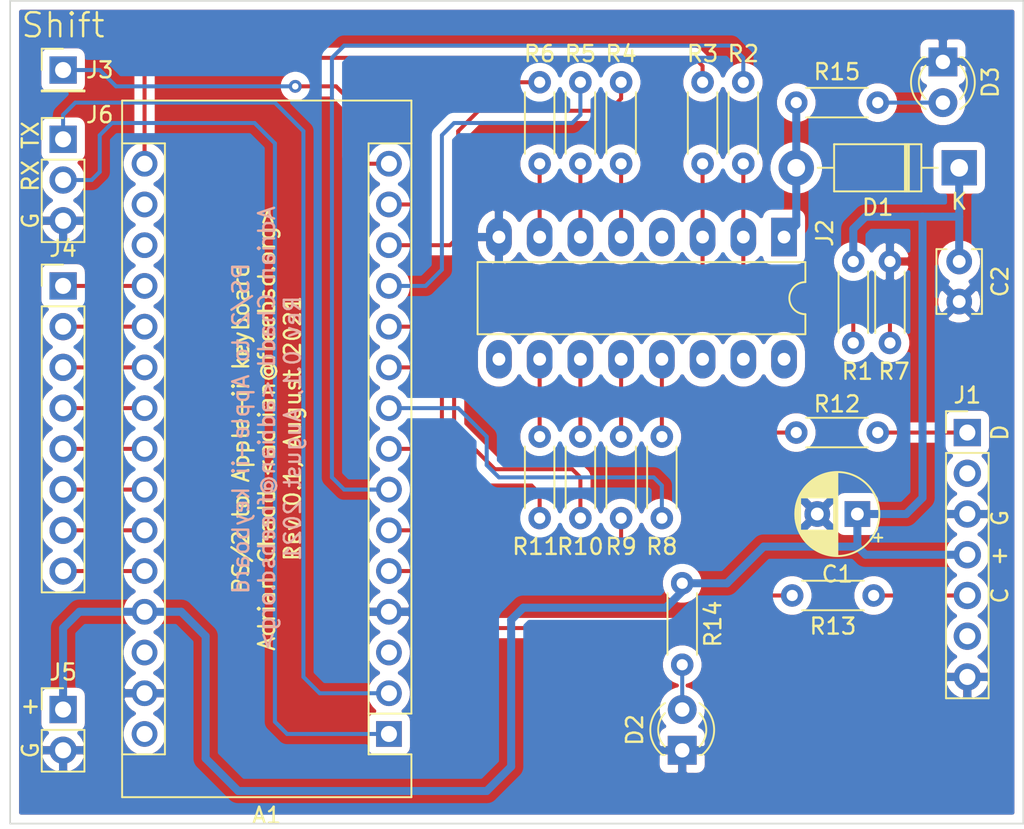
<source format=kicad_pcb>
(kicad_pcb (version 20171130) (host pcbnew 5.1.10)
  (layers (0 F.Cu signal) (31 B.Cu signal) (34 B.Paste user) (35 F.Paste user) (36 B.SilkS user) (37 F.SilkS user) (38 B.Mask user) (39 F.Mask user) (44 Edge.Cuts user))
  (net 0 "")
  (net 1 "Net-(A1-Pad17)")
  (net 2 "Net-(A1-Pad18)")
  (net 3 "Net-(A1-Pad3)")
  (net 4 GND)
  (net 5 KBD_CLK)
  (net 6 KBD_DATA)
  (net 7 STROBE)
  (net 8 DATA_0)
  (net 9 DATA_1)
  (net 10 DATA_2)
  (net 11 DATA_3)
  (net 12 KBD_VCC)
  (net 13 DATA_4)
  (net 14 "Net-(A1-Pad28)")
  (net 15 DATA_5)
  (net 16 DATA_6)
  (net 17 "Net-(A1-Pad30)")
  (net 18 RESET_N)
  (net 19 APPLE_5V)
  (net 20 "Net-(D2-Pad2)")
  (net 21 "Net-(D3-Pad2)")
  (net 22 "Net-(J1-Pad1)")
  (net 23 "Net-(J1-Pad2)")
  (net 24 "Net-(J1-Pad5)")
  (net 25 "Net-(J1-Pad6)")
  (net 26 "Net-(J2-Pad9)")
  (net 27 "Net-(J2-Pad2)")
  (net 28 "Net-(J2-Pad10)")
  (net 29 "Net-(J2-Pad3)")
  (net 30 "Net-(J2-Pad11)")
  (net 31 "Net-(J2-Pad4)")
  (net 32 "Net-(J2-Pad12)")
  (net 33 "Net-(J2-Pad5)")
  (net 34 "Net-(J2-Pad13)")
  (net 35 "Net-(J2-Pad6)")
  (net 36 "Net-(J2-Pad14)")
  (net 37 "Net-(J2-Pad7)")
  (net 38 "Net-(J2-Pad15)")
  (net 39 "Net-(J2-Pad16)")
  (net 40 A0)
  (net 41 A1)
  (net 42 A2)
  (net 43 A3)
  (net 44 A4)
  (net 45 A5)
  (net 46 A6)
  (net 47 A7)
  (net 48 SHIFT_KEY)
  (net 49 UART_TX)
  (net 50 UART_RX)
  (module Connector_PinHeader_2.54mm:PinHeader_1x03_P2.54mm_Vertical (layer F.Cu) (at 15.494 20.828)
    (fp_text reference J6 (at 2.286 -1.524) (layer F.SilkS))
    (fp_text value UART)
    (pad 3 thru_hole oval (at 0 5.08) (size 1.7 1.7) (drill 1) (layers *.Cu *.Mask) (net 4 GND))
    (pad 2 thru_hole oval (at 0 2.54) (size 1.7 1.7) (drill 1) (layers *.Cu *.Mask) (net 49 UART_TX))
    (pad 1 thru_hole rect (at 0 0) (size 1.7 1.7) (drill 1) (layers *.Cu *.Mask) (net 50 UART_RX))
  )
  (module Connector_PinHeader_2.54mm:PinHeader_1x02_P2.54mm_Vertical (layer F.Cu) (at 15.494 56.388)
    (fp_text reference J5 (at 0 -2.33) (layer F.SilkS))
    (fp_text value EXP_PWR)
    (pad 2 thru_hole oval (at 0 2.54) (size 1.7 1.7) (drill 1) (layers *.Cu *.Mask) (net 4 GND))
    (pad 1 thru_hole rect (at 0 0) (size 1.7 1.7) (drill 1) (layers *.Cu *.Mask) (net 12 KBD_VCC))
  )
  (module Connector_PinHeader_2.54mm:PinHeader_1x08_P2.54mm_Vertical (layer F.Cu) (at 15.494 29.972)
    (fp_text reference J4 (at 0 -2.33) (layer F.SilkS))
    (fp_text value EXP)
    (pad 8 thru_hole oval (at 0 17.78) (size 1.7 1.7) (drill 1) (layers *.Cu *.Mask) (net 47 A7))
    (pad 7 thru_hole oval (at 0 15.24) (size 1.7 1.7) (drill 1) (layers *.Cu *.Mask) (net 46 A6))
    (pad 6 thru_hole oval (at 0 12.7) (size 1.7 1.7) (drill 1) (layers *.Cu *.Mask) (net 45 A5))
    (pad 5 thru_hole oval (at 0 10.16) (size 1.7 1.7) (drill 1) (layers *.Cu *.Mask) (net 44 A4))
    (pad 4 thru_hole oval (at 0 7.62) (size 1.7 1.7) (drill 1) (layers *.Cu *.Mask) (net 43 A3))
    (pad 3 thru_hole oval (at 0 5.08) (size 1.7 1.7) (drill 1) (layers *.Cu *.Mask) (net 42 A2))
    (pad 2 thru_hole oval (at 0 2.54) (size 1.7 1.7) (drill 1) (layers *.Cu *.Mask) (net 41 A1))
    (pad 1 thru_hole rect (at 0 0) (size 1.7 1.7) (drill 1) (layers *.Cu *.Mask) (net 40 A0))
  )
  (module Connector_PinHeader_2.54mm:PinHeader_1x01_P2.54mm_Vertical (layer F.Cu) (at 15.494 16.51)
    (fp_text reference J3 (at 2.286 0) (layer F.SilkS))
    (fp_text value SHIFT_KEY)
    (pad 1 thru_hole rect (at 0 0) (size 1.7 1.7) (drill 1) (layers *.Cu *.Mask) (net 48 SHIFT_KEY))
  )
  (module Resistor_THT:R_Axial_DIN0204_L3.6mm_D1.6mm_P5.08mm_Horizontal (layer F.Cu) (at 61.214 18.542)
    (fp_text reference R15 (at 2.54 -1.92) (layer F.SilkS))
    (fp_text value 1K)
    (pad 2 thru_hole oval (at 5.08 0) (size 1.4 1.4) (drill 0.7) (layers *.Cu *.Mask) (net 21 "Net-(D3-Pad2)"))
    (pad 1 thru_hole circle (at 0 0) (size 1.4 1.4) (drill 0.7) (layers *.Cu *.Mask) (net 19 APPLE_5V))
  )
  (module Resistor_THT:R_Axial_DIN0204_L3.6mm_D1.6mm_P5.08mm_Horizontal (layer F.Cu) (at 54.102 48.514 270)
    (fp_text reference R14 (at 2.54 -1.92 90) (layer F.SilkS))
    (fp_text value 1K)
    (pad 2 thru_hole oval (at 5.08 0 270) (size 1.4 1.4) (drill 0.7) (layers *.Cu *.Mask) (net 20 "Net-(D2-Pad2)"))
    (pad 1 thru_hole circle (at 0 0 270) (size 1.4 1.4) (drill 0.7) (layers *.Cu *.Mask) (net 12 KBD_VCC))
  )
  (module Resistor_THT:R_Axial_DIN0204_L3.6mm_D1.6mm_P5.08mm_Horizontal (layer F.Cu) (at 66.04 49.276 180)
    (fp_text reference R13 (at 2.54 -1.92) (layer F.SilkS))
    (fp_text value 47)
    (pad 2 thru_hole oval (at 5.08 0 180) (size 1.4 1.4) (drill 0.7) (layers *.Cu *.Mask) (net 5 KBD_CLK))
    (pad 1 thru_hole circle (at 0 0 180) (size 1.4 1.4) (drill 0.7) (layers *.Cu *.Mask) (net 24 "Net-(J1-Pad5)"))
  )
  (module Resistor_THT:R_Axial_DIN0204_L3.6mm_D1.6mm_P5.08mm_Horizontal (layer F.Cu) (at 66.294 39.116 180)
    (fp_text reference R12 (at 2.54 1.778) (layer F.SilkS))
    (fp_text value 47)
    (pad 2 thru_hole oval (at 5.08 0 180) (size 1.4 1.4) (drill 0.7) (layers *.Cu *.Mask) (net 6 KBD_DATA))
    (pad 1 thru_hole circle (at 0 0 180) (size 1.4 1.4) (drill 0.7) (layers *.Cu *.Mask) (net 22 "Net-(J1-Pad1)"))
  )
  (module Resistor_THT:R_Axial_DIN0204_L3.6mm_D1.6mm_P5.08mm_Horizontal (layer F.Cu) (at 45.212 44.45 90)
    (fp_text reference R11 (at -1.778 -0.254 180) (layer F.SilkS))
    (fp_text value 47)
    (pad 2 thru_hole oval (at 5.08 0 90) (size 1.4 1.4) (drill 0.7) (layers *.Cu *.Mask) (net 28 "Net-(J2-Pad10)"))
    (pad 1 thru_hole circle (at 0 0 90) (size 1.4 1.4) (drill 0.7) (layers *.Cu *.Mask) (net 10 DATA_2))
  )
  (module Resistor_THT:R_Axial_DIN0204_L3.6mm_D1.6mm_P5.08mm_Horizontal (layer F.Cu) (at 47.752 44.45 90)
    (fp_text reference R10 (at -1.778 0 180) (layer F.SilkS))
    (fp_text value 47)
    (pad 2 thru_hole oval (at 5.08 0 90) (size 1.4 1.4) (drill 0.7) (layers *.Cu *.Mask) (net 30 "Net-(J2-Pad11)"))
    (pad 1 thru_hole circle (at 0 0 90) (size 1.4 1.4) (drill 0.7) (layers *.Cu *.Mask) (net 11 DATA_3))
  )
  (module Resistor_THT:R_Axial_DIN0204_L3.6mm_D1.6mm_P5.08mm_Horizontal (layer F.Cu) (at 50.292 44.45 90)
    (fp_text reference R9 (at -1.778 0 180) (layer F.SilkS))
    (fp_text value 47)
    (pad 2 thru_hole oval (at 5.08 0 90) (size 1.4 1.4) (drill 0.7) (layers *.Cu *.Mask) (net 32 "Net-(J2-Pad12)"))
    (pad 1 thru_hole circle (at 0 0 90) (size 1.4 1.4) (drill 0.7) (layers *.Cu *.Mask) (net 8 DATA_0))
  )
  (module Resistor_THT:R_Axial_DIN0204_L3.6mm_D1.6mm_P5.08mm_Horizontal (layer F.Cu) (at 52.832 44.45 90)
    (fp_text reference R8 (at -1.778 0 180) (layer F.SilkS))
    (fp_text value 47)
    (pad 2 thru_hole oval (at 5.08 0 90) (size 1.4 1.4) (drill 0.7) (layers *.Cu *.Mask) (net 34 "Net-(J2-Pad13)"))
    (pad 1 thru_hole circle (at 0 0 90) (size 1.4 1.4) (drill 0.7) (layers *.Cu *.Mask) (net 9 DATA_1))
  )
  (module Resistor_THT:R_Axial_DIN0204_L3.6mm_D1.6mm_P5.08mm_Horizontal (layer F.Cu) (at 67.056 33.528 90)
    (fp_text reference R7 (at -1.778 0.254 180) (layer F.SilkS))
    (fp_text value 1K)
    (pad 2 thru_hole oval (at 5.08 0 90) (size 1.4 1.4) (drill 0.7) (layers *.Cu *.Mask) (net 4 GND))
    (pad 1 thru_hole circle (at 0 0 90) (size 1.4 1.4) (drill 0.7) (layers *.Cu *.Mask) (net 27 "Net-(J2-Pad2)"))
  )
  (module Resistor_THT:R_Axial_DIN0204_L3.6mm_D1.6mm_P5.08mm_Horizontal (layer F.Cu) (at 45.212 22.352 90)
    (fp_text reference R6 (at 6.858 0 180) (layer F.SilkS))
    (fp_text value 47)
    (pad 2 thru_hole oval (at 5.08 0 90) (size 1.4 1.4) (drill 0.7) (layers *.Cu *.Mask) (net 16 DATA_6))
    (pad 1 thru_hole circle (at 0 0 90) (size 1.4 1.4) (drill 0.7) (layers *.Cu *.Mask) (net 37 "Net-(J2-Pad7)"))
  )
  (module Resistor_THT:R_Axial_DIN0204_L3.6mm_D1.6mm_P5.08mm_Horizontal (layer F.Cu) (at 47.752 22.352 90)
    (fp_text reference R5 (at 6.858 0 180) (layer F.SilkS))
    (fp_text value 47)
    (pad 2 thru_hole oval (at 5.08 0 90) (size 1.4 1.4) (drill 0.7) (layers *.Cu *.Mask) (net 13 DATA_4))
    (pad 1 thru_hole circle (at 0 0 90) (size 1.4 1.4) (drill 0.7) (layers *.Cu *.Mask) (net 35 "Net-(J2-Pad6)"))
  )
  (module Resistor_THT:R_Axial_DIN0204_L3.6mm_D1.6mm_P5.08mm_Horizontal (layer F.Cu) (at 50.292 22.352 90)
    (fp_text reference R4 (at 6.858 0 180) (layer F.SilkS))
    (fp_text value 47)
    (pad 2 thru_hole oval (at 5.08 0 90) (size 1.4 1.4) (drill 0.7) (layers *.Cu *.Mask) (net 15 DATA_5))
    (pad 1 thru_hole circle (at 0 0 90) (size 1.4 1.4) (drill 0.7) (layers *.Cu *.Mask) (net 33 "Net-(J2-Pad5)"))
  )
  (module Resistor_THT:R_Axial_DIN0204_L3.6mm_D1.6mm_P5.08mm_Horizontal (layer F.Cu) (at 55.372 22.352 90)
    (fp_text reference R3 (at 6.858 0 180) (layer F.SilkS))
    (fp_text value 47)
    (pad 2 thru_hole oval (at 5.08 0 90) (size 1.4 1.4) (drill 0.7) (layers *.Cu *.Mask) (net 18 RESET_N))
    (pad 1 thru_hole circle (at 0 0 90) (size 1.4 1.4) (drill 0.7) (layers *.Cu *.Mask) (net 29 "Net-(J2-Pad3)"))
  )
  (module Resistor_THT:R_Axial_DIN0204_L3.6mm_D1.6mm_P5.08mm_Horizontal (layer F.Cu) (at 57.912 22.352 90)
    (fp_text reference R2 (at 6.858 0 180) (layer F.SilkS))
    (fp_text value 47)
    (pad 2 thru_hole oval (at 5.08 0 90) (size 1.4 1.4) (drill 0.7) (layers *.Cu *.Mask) (net 7 STROBE))
    (pad 1 thru_hole circle (at 0 0 90) (size 1.4 1.4) (drill 0.7) (layers *.Cu *.Mask) (net 27 "Net-(J2-Pad2)"))
  )
  (module Resistor_THT:R_Axial_DIN0204_L3.6mm_D1.6mm_P5.08mm_Horizontal (layer F.Cu) (at 64.77 28.448 270)
    (fp_text reference R1 (at 6.858 -0.254 180) (layer F.SilkS))
    (fp_text value 4.7K)
    (pad 2 thru_hole oval (at 5.08 0 270) (size 1.4 1.4) (drill 0.7) (layers *.Cu *.Mask) (net 29 "Net-(J2-Pad3)"))
    (pad 1 thru_hole circle (at 0 0 270) (size 1.4 1.4) (drill 0.7) (layers *.Cu *.Mask) (net 12 KBD_VCC))
  )
  (module Module:Arduino_Nano (layer F.Cu) (at 35.814 57.912 180)
    (fp_text reference A1 (at 7.62 -5.08) (layer F.SilkS))
    (fp_text value Arduino_Nano_v3.x)
    (pad 1 thru_hole rect (at 0 0 180) (size 1.6 1.6) (drill 1) (layers *.Cu *.Mask) (net 49 UART_TX))
    (pad 17 thru_hole oval (at 15.24 33.02 180) (size 1.6 1.6) (drill 1) (layers *.Cu *.Mask) (net 1 "Net-(A1-Pad17)"))
    (pad 2 thru_hole oval (at 0 2.54 180) (size 1.6 1.6) (drill 1) (layers *.Cu *.Mask) (net 50 UART_RX))
    (pad 18 thru_hole oval (at 15.24 30.48 180) (size 1.6 1.6) (drill 1) (layers *.Cu *.Mask) (net 2 "Net-(A1-Pad18)"))
    (pad 3 thru_hole oval (at 0 5.08 180) (size 1.6 1.6) (drill 1) (layers *.Cu *.Mask) (net 3 "Net-(A1-Pad3)"))
    (pad 19 thru_hole oval (at 15.24 27.94 180) (size 1.6 1.6) (drill 1) (layers *.Cu *.Mask) (net 40 A0))
    (pad 4 thru_hole oval (at 0 7.62 180) (size 1.6 1.6) (drill 1) (layers *.Cu *.Mask) (net 4 GND))
    (pad 20 thru_hole oval (at 15.24 25.4 180) (size 1.6 1.6) (drill 1) (layers *.Cu *.Mask) (net 41 A1))
    (pad 5 thru_hole oval (at 0 10.16 180) (size 1.6 1.6) (drill 1) (layers *.Cu *.Mask) (net 5 KBD_CLK))
    (pad 21 thru_hole oval (at 15.24 22.86 180) (size 1.6 1.6) (drill 1) (layers *.Cu *.Mask) (net 42 A2))
    (pad 6 thru_hole oval (at 0 12.7 180) (size 1.6 1.6) (drill 1) (layers *.Cu *.Mask) (net 6 KBD_DATA))
    (pad 22 thru_hole oval (at 15.24 20.32 180) (size 1.6 1.6) (drill 1) (layers *.Cu *.Mask) (net 43 A3))
    (pad 7 thru_hole oval (at 0 15.24 180) (size 1.6 1.6) (drill 1) (layers *.Cu *.Mask) (net 7 STROBE))
    (pad 23 thru_hole oval (at 15.24 17.78 180) (size 1.6 1.6) (drill 1) (layers *.Cu *.Mask) (net 44 A4))
    (pad 8 thru_hole oval (at 0 17.78 180) (size 1.6 1.6) (drill 1) (layers *.Cu *.Mask) (net 8 DATA_0))
    (pad 24 thru_hole oval (at 15.24 15.24 180) (size 1.6 1.6) (drill 1) (layers *.Cu *.Mask) (net 45 A5))
    (pad 9 thru_hole oval (at 0 20.32 180) (size 1.6 1.6) (drill 1) (layers *.Cu *.Mask) (net 9 DATA_1))
    (pad 25 thru_hole oval (at 15.24 12.7 180) (size 1.6 1.6) (drill 1) (layers *.Cu *.Mask) (net 46 A6))
    (pad 10 thru_hole oval (at 0 22.86 180) (size 1.6 1.6) (drill 1) (layers *.Cu *.Mask) (net 10 DATA_2))
    (pad 26 thru_hole oval (at 15.24 10.16 180) (size 1.6 1.6) (drill 1) (layers *.Cu *.Mask) (net 47 A7))
    (pad 11 thru_hole oval (at 0 25.4 180) (size 1.6 1.6) (drill 1) (layers *.Cu *.Mask) (net 11 DATA_3))
    (pad 27 thru_hole oval (at 15.24 7.62 180) (size 1.6 1.6) (drill 1) (layers *.Cu *.Mask) (net 12 KBD_VCC))
    (pad 12 thru_hole oval (at 0 27.94 180) (size 1.6 1.6) (drill 1) (layers *.Cu *.Mask) (net 13 DATA_4))
    (pad 28 thru_hole oval (at 15.24 5.08 180) (size 1.6 1.6) (drill 1) (layers *.Cu *.Mask) (net 14 "Net-(A1-Pad28)"))
    (pad 13 thru_hole oval (at 0 30.48 180) (size 1.6 1.6) (drill 1) (layers *.Cu *.Mask) (net 15 DATA_5))
    (pad 29 thru_hole oval (at 15.24 2.54 180) (size 1.6 1.6) (drill 1) (layers *.Cu *.Mask) (net 4 GND))
    (pad 14 thru_hole oval (at 0 33.02 180) (size 1.6 1.6) (drill 1) (layers *.Cu *.Mask) (net 16 DATA_6))
    (pad 30 thru_hole oval (at 15.24 0 180) (size 1.6 1.6) (drill 1) (layers *.Cu *.Mask) (net 17 "Net-(A1-Pad30)"))
    (pad 15 thru_hole oval (at 0 35.56 180) (size 1.6 1.6) (drill 1) (layers *.Cu *.Mask) (net 48 SHIFT_KEY))
    (pad 16 thru_hole oval (at 15.24 35.56 180) (size 1.6 1.6) (drill 1) (layers *.Cu *.Mask) (net 18 RESET_N))
  )
  (module Capacitor_THT:CP_Radial_D5.0mm_P2.50mm (layer F.Cu) (at 65.024 44.196 180)
    (fp_text reference C1 (at 1.25 -3.75) (layer F.SilkS))
    (fp_text value 100uF)
    (pad 1 thru_hole rect (at 0 0 180) (size 1.6 1.6) (drill 0.8) (layers *.Cu *.Mask) (net 12 KBD_VCC))
    (pad 2 thru_hole circle (at 2.5 0 180) (size 1.6 1.6) (drill 0.8) (layers *.Cu *.Mask) (net 4 GND))
  )
  (module Diode_THT:D_DO-41_SOD81_P10.16mm_Horizontal (layer F.Cu) (at 71.374 22.606 180)
    (fp_text reference D1 (at 5.08 -2.47) (layer F.SilkS))
    (fp_text value 1N4001)
    (fp_text user K (at 0 -2.1) (layer F.SilkS))
    (pad 1 thru_hole rect (at 0 0 180) (size 2.2 2.2) (drill 1.1) (layers *.Cu *.Mask) (net 12 KBD_VCC))
    (pad 2 thru_hole oval (at 10.16 0 180) (size 2.2 2.2) (drill 1.1) (layers *.Cu *.Mask) (net 19 APPLE_5V))
  )
  (module LED_THT:LED_D3.0mm (layer F.Cu) (at 54.102 58.928 90)
    (fp_text reference D2 (at 1.27 -2.96 90) (layer F.SilkS))
    (fp_text value LED)
    (pad 1 thru_hole rect (at 0 0 90) (size 1.8 1.8) (drill 0.9) (layers *.Cu *.Mask) (net 4 GND))
    (pad 2 thru_hole circle (at 2.54 0 90) (size 1.8 1.8) (drill 0.9) (layers *.Cu *.Mask) (net 20 "Net-(D2-Pad2)"))
  )
  (module LED_THT:LED_D3.0mm (layer F.Cu) (at 70.358 16.002 270)
    (fp_text reference D3 (at 1.27 -2.96 90) (layer F.SilkS))
    (fp_text value LED)
    (pad 2 thru_hole circle (at 2.54 0 270) (size 1.8 1.8) (drill 0.9) (layers *.Cu *.Mask) (net 21 "Net-(D3-Pad2)"))
    (pad 1 thru_hole rect (at 0 0 270) (size 1.8 1.8) (drill 0.9) (layers *.Cu *.Mask) (net 4 GND))
  )
  (module Connector_PinHeader_2.54mm:PinHeader_1x07_P2.54mm_Vertical (layer F.Cu) (at 71.882 39.116)
    (fp_text reference J1 (at 0 -2.33) (layer F.SilkS))
    (fp_text value PS/2)
    (pad 1 thru_hole rect (at 0 0) (size 1.7 1.7) (drill 1) (layers *.Cu *.Mask) (net 22 "Net-(J1-Pad1)"))
    (pad 2 thru_hole oval (at 0 2.54) (size 1.7 1.7) (drill 1) (layers *.Cu *.Mask) (net 23 "Net-(J1-Pad2)"))
    (pad 3 thru_hole oval (at 0 5.08) (size 1.7 1.7) (drill 1) (layers *.Cu *.Mask) (net 4 GND))
    (pad 4 thru_hole oval (at 0 7.62) (size 1.7 1.7) (drill 1) (layers *.Cu *.Mask) (net 12 KBD_VCC))
    (pad 5 thru_hole oval (at 0 10.16) (size 1.7 1.7) (drill 1) (layers *.Cu *.Mask) (net 24 "Net-(J1-Pad5)"))
    (pad 6 thru_hole oval (at 0 12.7) (size 1.7 1.7) (drill 1) (layers *.Cu *.Mask) (net 25 "Net-(J1-Pad6)"))
    (pad 7 thru_hole oval (at 0 15.24) (size 1.7 1.7) (drill 1) (layers *.Cu *.Mask) (net 4 GND))
  )
  (module Package_DIP:DIP-16_W7.62mm_LongPads (layer F.Cu) (at 60.452 26.924 270)
    (fp_text reference J2 (at -0.254 -2.54 90) (layer F.SilkS))
    (fp_text value apple-ii)
    (pad 1 thru_hole rect (at 0 0 270) (size 2.4 1.6) (drill 0.8) (layers *.Cu *.Mask) (net 19 APPLE_5V))
    (pad 9 thru_hole oval (at 7.62 17.78 270) (size 2.4 1.6) (drill 0.8) (layers *.Cu *.Mask) (net 26 "Net-(J2-Pad9)"))
    (pad 2 thru_hole oval (at 0 2.54 270) (size 2.4 1.6) (drill 0.8) (layers *.Cu *.Mask) (net 27 "Net-(J2-Pad2)"))
    (pad 10 thru_hole oval (at 7.62 15.24 270) (size 2.4 1.6) (drill 0.8) (layers *.Cu *.Mask) (net 28 "Net-(J2-Pad10)"))
    (pad 3 thru_hole oval (at 0 5.08 270) (size 2.4 1.6) (drill 0.8) (layers *.Cu *.Mask) (net 29 "Net-(J2-Pad3)"))
    (pad 11 thru_hole oval (at 7.62 12.7 270) (size 2.4 1.6) (drill 0.8) (layers *.Cu *.Mask) (net 30 "Net-(J2-Pad11)"))
    (pad 4 thru_hole oval (at 0 7.62 270) (size 2.4 1.6) (drill 0.8) (layers *.Cu *.Mask) (net 31 "Net-(J2-Pad4)"))
    (pad 12 thru_hole oval (at 7.62 10.16 270) (size 2.4 1.6) (drill 0.8) (layers *.Cu *.Mask) (net 32 "Net-(J2-Pad12)"))
    (pad 5 thru_hole oval (at 0 10.16 270) (size 2.4 1.6) (drill 0.8) (layers *.Cu *.Mask) (net 33 "Net-(J2-Pad5)"))
    (pad 13 thru_hole oval (at 7.62 7.62 270) (size 2.4 1.6) (drill 0.8) (layers *.Cu *.Mask) (net 34 "Net-(J2-Pad13)"))
    (pad 6 thru_hole oval (at 0 12.7 270) (size 2.4 1.6) (drill 0.8) (layers *.Cu *.Mask) (net 35 "Net-(J2-Pad6)"))
    (pad 14 thru_hole oval (at 7.62 5.08 270) (size 2.4 1.6) (drill 0.8) (layers *.Cu *.Mask) (net 36 "Net-(J2-Pad14)"))
    (pad 7 thru_hole oval (at 0 15.24 270) (size 2.4 1.6) (drill 0.8) (layers *.Cu *.Mask) (net 37 "Net-(J2-Pad7)"))
    (pad 15 thru_hole oval (at 7.62 2.54 270) (size 2.4 1.6) (drill 0.8) (layers *.Cu *.Mask) (net 38 "Net-(J2-Pad15)"))
    (pad 8 thru_hole oval (at 0 17.78 270) (size 2.4 1.6) (drill 0.8) (layers *.Cu *.Mask) (net 4 GND))
    (pad 16 thru_hole oval (at 7.62 0 270) (size 2.4 1.6) (drill 0.8) (layers *.Cu *.Mask) (net 39 "Net-(J2-Pad16)"))
  )
  (module Capacitor_THT:C_Disc_D3.8mm_W2.6mm_P2.50mm (layer F.Cu) (at 71.374 28.448 270)
    (fp_text reference C2 (at 1.25 -2.55 90) (layer F.SilkS))
    (fp_text value 0.1uF)
    (pad 1 thru_hole circle (at 0 0 270) (size 1.6 1.6) (drill 0.8) (layers *.Cu *.Mask) (net 12 KBD_VCC))
    (pad 2 thru_hole circle (at 2.5 0 270) (size 1.6 1.6) (drill 0.8) (layers *.Cu *.Mask) (net 4 GND))
  )
  (gr_text RX (at 13.462 23.114 90) (layer F.SilkS) (effects (font (size 1 1))))
  (gr_text TX (at 13.462 20.574 90) (layer F.SilkS) (effects (font (size 1 1))))
  (gr_text G (at 13.462 25.908 90) (layer F.SilkS) (effects (font (size 1 1))))
  (gr_text Shift (at 15.494 13.716) (layer F.SilkS) (effects (font (size 1.5 1.5))))
  (gr_text G (at 13.462 58.928 90) (layer F.SilkS) (effects (font (size 1 1))))
  (gr_text + (at 13.462 56.134) (layer F.SilkS) (effects (font (size 1 1))))
  (gr_text "PS/2 to Apple-ii keyboard\nAdrian Chadd <adrian@freebsd.org>\nRev 0.1, August 2021" (at 28.194 38.862 90) (layer B.SilkS) (effects (font (size 1 1)) (justify mirror)))
  (gr_text "PS/2 to Apple-ii keyboard\nAdrian Chadd <adrian@freebsd.org>\nRev 0.1, August 2021" (at 28.194 38.862 90) (layer F.SilkS) (effects (font (size 1 1))))
  (gr_text D (at 73.914 39.116 90) (layer F.SilkS) (effects (font (size 1 1))))
  (gr_text "G\n" (at 73.914 44.45 90) (layer F.SilkS) (effects (font (size 1 1))))
  (gr_text + (at 73.914 46.736) (layer F.SilkS) (effects (font (size 1 1))))
  (gr_text C (at 73.914 49.276 90) (layer F.SilkS) (effects (font (size 1 1))))
  (gr_line (start 75.374 12.192) (end 75.374 63.5) (layer Edge.Cuts) (width 0.1))
  (gr_line (start 12.192 12.192) (end 75.374 12.192) (layer Edge.Cuts) (width 0.1))
  (gr_line (start 12.192 63.5) (end 12.192 12.192) (layer Edge.Cuts) (width 0.1))
  (gr_line (start 75.374 63.5) (end 12.192 63.5) (layer Edge.Cuts) (width 0.1))
  (segment (start 73.66 54.356) (end 71.882 54.356) (width 0.5) (layer F.Cu) (net 4))
  (segment (start 71.882 54.356) (end 70.358 54.356) (width 0.5) (layer F.Cu) (net 4))
  (segment (start 71.882 54.356) (end 71.882 56.134) (width 0.5) (layer F.Cu) (net 4))
  (segment (start 60.96 49.276) (end 59.69 49.276) (width 0.25) (layer F.Cu) (net 5))
  (segment (start 59.69 49.276) (end 57.658 51.308) (width 0.25) (layer F.Cu) (net 5))
  (segment (start 57.658 51.308) (end 39.624 51.308) (width 0.25) (layer F.Cu) (net 5))
  (segment (start 39.624 51.308) (end 38.608 50.292) (width 0.25) (layer F.Cu) (net 5))
  (segment (start 38.608 50.292) (end 38.608 48.514) (width 0.25) (layer F.Cu) (net 5))
  (segment (start 37.846 47.752) (end 35.814 47.752) (width 0.25) (layer F.Cu) (net 5))
  (segment (start 38.608 48.514) (end 37.846 47.752) (width 0.25) (layer F.Cu) (net 5))
  (segment (start 35.814 45.212) (end 37.592 45.212) (width 0.25) (layer F.Cu) (net 6))
  (segment (start 37.592 45.212) (end 37.846 45.212) (width 0.25) (layer F.Cu) (net 6))
  (segment (start 61.214 39.116) (end 57.15 39.116) (width 0.25) (layer F.Cu) (net 6))
  (segment (start 57.15 39.116) (end 55.626 40.64) (width 0.25) (layer F.Cu) (net 6))
  (segment (start 55.626 40.64) (end 55.626 45.72) (width 0.25) (layer F.Cu) (net 6))
  (segment (start 55.626 45.72) (end 54.61 46.736) (width 0.25) (layer F.Cu) (net 6))
  (segment (start 54.61 46.736) (end 51.308 46.736) (width 0.25) (layer F.Cu) (net 6))
  (segment (start 51.308 46.736) (end 50.292 47.752) (width 0.25) (layer F.Cu) (net 6))
  (segment (start 40.386 47.752) (end 39.751 47.117) (width 0.25) (layer F.Cu) (net 6))
  (segment (start 50.292 47.752) (end 40.386 47.752) (width 0.25) (layer F.Cu) (net 6))
  (segment (start 39.751 47.117) (end 39.878 47.244) (width 0.25) (layer F.Cu) (net 6))
  (segment (start 37.846 45.212) (end 39.751 47.117) (width 0.25) (layer F.Cu) (net 6))
  (segment (start 57.912 17.272) (end 57.912 15.748) (width 0.25) (layer B.Cu) (net 7))
  (segment (start 57.912 15.748) (end 57.15 14.986) (width 0.25) (layer B.Cu) (net 7))
  (segment (start 57.15 14.986) (end 33.02 14.986) (width 0.25) (layer B.Cu) (net 7))
  (segment (start 33.02 14.986) (end 32.258 15.748) (width 0.25) (layer B.Cu) (net 7))
  (segment (start 32.258 15.748) (end 32.258 41.91) (width 0.25) (layer B.Cu) (net 7))
  (segment (start 33.02 42.672) (end 35.814 42.672) (width 0.25) (layer B.Cu) (net 7))
  (segment (start 32.258 41.91) (end 33.02 42.672) (width 0.25) (layer B.Cu) (net 7))
  (segment (start 50.292 44.45) (end 50.292 45.974) (width 0.25) (layer F.Cu) (net 8))
  (segment (start 50.292 45.974) (end 49.784 46.482) (width 0.25) (layer F.Cu) (net 8))
  (segment (start 49.784 46.482) (end 40.894 46.482) (width 0.25) (layer F.Cu) (net 8))
  (segment (start 40.894 46.482) (end 38.354 43.942) (width 0.25) (layer F.Cu) (net 8))
  (segment (start 38.354 43.942) (end 38.354 40.64) (width 0.25) (layer F.Cu) (net 8))
  (segment (start 37.846 40.132) (end 35.814 40.132) (width 0.25) (layer F.Cu) (net 8))
  (segment (start 38.354 40.64) (end 37.846 40.132) (width 0.25) (layer F.Cu) (net 8))
  (segment (start 35.814 37.592) (end 40.132 37.592) (width 0.25) (layer B.Cu) (net 9))
  (segment (start 40.132 37.592) (end 41.91 39.37) (width 0.25) (layer B.Cu) (net 9))
  (segment (start 41.91 39.37) (end 41.91 41.148) (width 0.25) (layer B.Cu) (net 9))
  (segment (start 41.91 41.148) (end 42.672 41.91) (width 0.25) (layer B.Cu) (net 9))
  (segment (start 42.672 41.91) (end 52.324 41.91) (width 0.25) (layer B.Cu) (net 9))
  (segment (start 52.832 42.418) (end 52.832 44.45) (width 0.25) (layer B.Cu) (net 9))
  (segment (start 52.324 41.91) (end 52.832 42.418) (width 0.25) (layer B.Cu) (net 9))
  (segment (start 45.212 42.926) (end 45.212 44.45) (width 0.25) (layer F.Cu) (net 10))
  (segment (start 44.704 42.418) (end 45.212 42.926) (width 0.25) (layer F.Cu) (net 10))
  (segment (start 39.116 39.624) (end 41.91 42.418) (width 0.25) (layer F.Cu) (net 10))
  (segment (start 41.91 42.418) (end 44.704 42.418) (width 0.25) (layer F.Cu) (net 10))
  (segment (start 39.116 35.56) (end 39.116 39.624) (width 0.25) (layer F.Cu) (net 10))
  (segment (start 38.608 35.052) (end 39.116 35.56) (width 0.25) (layer F.Cu) (net 10))
  (segment (start 35.814 35.052) (end 38.608 35.052) (width 0.25) (layer F.Cu) (net 10))
  (segment (start 47.752 44.196) (end 47.752 44.45) (width 0.25) (layer F.Cu) (net 11))
  (segment (start 47.244 41.402) (end 47.752 41.91) (width 0.25) (layer F.Cu) (net 11))
  (segment (start 39.878 33.782) (end 39.878 38.862) (width 0.25) (layer F.Cu) (net 11))
  (segment (start 39.878 38.862) (end 42.418 41.402) (width 0.25) (layer F.Cu) (net 11))
  (segment (start 42.418 41.402) (end 47.244 41.402) (width 0.25) (layer F.Cu) (net 11))
  (segment (start 38.608 32.512) (end 39.878 33.782) (width 0.25) (layer F.Cu) (net 11))
  (segment (start 47.752 41.91) (end 47.752 44.45) (width 0.25) (layer F.Cu) (net 11))
  (segment (start 35.814 32.512) (end 38.608 32.512) (width 0.25) (layer F.Cu) (net 11))
  (segment (start 64.77 28.448) (end 64.77 26.416) (width 0.5) (layer B.Cu) (net 12))
  (segment (start 64.77 26.416) (end 65.532 25.654) (width 0.5) (layer B.Cu) (net 12))
  (segment (start 71.374 25.654) (end 71.374 22.606) (width 0.5) (layer B.Cu) (net 12))
  (segment (start 71.374 28.448) (end 71.374 25.654) (width 0.5) (layer B.Cu) (net 12))
  (segment (start 65.024 44.196) (end 65.024 46.228) (width 0.5) (layer B.Cu) (net 12))
  (segment (start 65.532 46.736) (end 71.882 46.736) (width 0.5) (layer B.Cu) (net 12))
  (segment (start 65.024 46.228) (end 65.532 46.736) (width 0.5) (layer B.Cu) (net 12))
  (segment (start 22.86 50.292) (end 20.574 50.292) (width 0.5) (layer B.Cu) (net 12))
  (segment (start 24.384 59.436) (end 24.384 51.816) (width 0.5) (layer B.Cu) (net 12))
  (segment (start 41.91 61.468) (end 26.416 61.468) (width 0.5) (layer B.Cu) (net 12))
  (segment (start 43.434 59.944) (end 41.91 61.468) (width 0.5) (layer B.Cu) (net 12))
  (segment (start 44.196 50.038) (end 43.434 50.8) (width 0.5) (layer B.Cu) (net 12))
  (segment (start 24.384 51.816) (end 22.86 50.292) (width 0.5) (layer B.Cu) (net 12))
  (segment (start 53.086 50.038) (end 44.196 50.038) (width 0.5) (layer B.Cu) (net 12))
  (segment (start 43.434 50.8) (end 43.434 59.944) (width 0.5) (layer B.Cu) (net 12))
  (segment (start 54.102 49.022) (end 53.086 50.038) (width 0.5) (layer B.Cu) (net 12))
  (segment (start 26.416 61.468) (end 24.384 59.436) (width 0.5) (layer B.Cu) (net 12))
  (segment (start 54.102 48.514) (end 54.102 49.022) (width 0.5) (layer B.Cu) (net 12))
  (segment (start 69.088 25.654) (end 69.088 43.18) (width 0.5) (layer B.Cu) (net 12))
  (segment (start 65.532 25.654) (end 69.088 25.654) (width 0.5) (layer B.Cu) (net 12))
  (segment (start 69.088 25.654) (end 71.374 25.654) (width 0.5) (layer B.Cu) (net 12))
  (segment (start 68.072 44.196) (end 65.024 44.196) (width 0.5) (layer B.Cu) (net 12))
  (segment (start 69.088 43.18) (end 68.072 44.196) (width 0.5) (layer B.Cu) (net 12))
  (segment (start 56.896 48.514) (end 54.102 48.514) (width 0.5) (layer B.Cu) (net 12))
  (segment (start 59.182 46.228) (end 56.896 48.514) (width 0.5) (layer B.Cu) (net 12))
  (segment (start 65.024 46.228) (end 59.182 46.228) (width 0.5) (layer B.Cu) (net 12))
  (segment (start 15.494 51.308) (end 15.494 56.388) (width 0.5) (layer B.Cu) (net 12))
  (segment (start 16.51 50.292) (end 15.494 51.308) (width 0.5) (layer B.Cu) (net 12))
  (segment (start 20.574 50.292) (end 16.51 50.292) (width 0.5) (layer B.Cu) (net 12))
  (segment (start 35.814 29.972) (end 38.1 29.972) (width 0.25) (layer B.Cu) (net 13))
  (segment (start 38.1 29.972) (end 39.116 28.956) (width 0.25) (layer B.Cu) (net 13))
  (segment (start 39.116 28.956) (end 39.116 20.574) (width 0.25) (layer B.Cu) (net 13))
  (segment (start 39.116 20.574) (end 39.878 19.812) (width 0.25) (layer B.Cu) (net 13))
  (segment (start 39.878 19.812) (end 47.244 19.812) (width 0.25) (layer B.Cu) (net 13))
  (segment (start 47.752 19.304) (end 47.752 17.272) (width 0.25) (layer B.Cu) (net 13))
  (segment (start 47.244 19.812) (end 47.752 19.304) (width 0.25) (layer B.Cu) (net 13))
  (segment (start 50.292 17.272) (end 50.292 18.288) (width 0.25) (layer F.Cu) (net 15))
  (segment (start 50.292 18.288) (end 49.53 19.05) (width 0.25) (layer F.Cu) (net 15))
  (segment (start 49.53 19.05) (end 41.402 19.05) (width 0.25) (layer F.Cu) (net 15))
  (segment (start 41.402 19.05) (end 40.132 20.32) (width 0.25) (layer F.Cu) (net 15))
  (segment (start 40.132 20.32) (end 40.132 26.924) (width 0.25) (layer F.Cu) (net 15))
  (segment (start 39.624 27.432) (end 35.814 27.432) (width 0.25) (layer F.Cu) (net 15))
  (segment (start 40.132 26.924) (end 39.624 27.432) (width 0.25) (layer F.Cu) (net 15))
  (segment (start 35.814 24.892) (end 37.338 24.892) (width 0.25) (layer F.Cu) (net 16))
  (segment (start 37.338 24.892) (end 38.1 24.13) (width 0.25) (layer F.Cu) (net 16))
  (segment (start 38.1 24.13) (end 38.1 18.034) (width 0.25) (layer F.Cu) (net 16))
  (segment (start 38.862 17.272) (end 45.212 17.272) (width 0.25) (layer F.Cu) (net 16))
  (segment (start 38.1 18.034) (end 38.862 17.272) (width 0.25) (layer F.Cu) (net 16))
  (segment (start 20.574 22.352) (end 20.574 16.256) (width 0.25) (layer F.Cu) (net 18))
  (segment (start 20.574 16.256) (end 21.082 15.748) (width 0.25) (layer F.Cu) (net 18))
  (segment (start 21.082 15.748) (end 54.864 15.748) (width 0.25) (layer F.Cu) (net 18))
  (segment (start 55.372 16.256) (end 55.372 17.272) (width 0.25) (layer F.Cu) (net 18))
  (segment (start 54.864 15.748) (end 55.372 16.256) (width 0.25) (layer F.Cu) (net 18))
  (segment (start 61.214 26.162) (end 60.452 26.924) (width 0.5) (layer B.Cu) (net 19))
  (segment (start 61.214 22.606) (end 61.214 26.162) (width 0.5) (layer B.Cu) (net 19))
  (segment (start 61.214 18.542) (end 61.214 22.606) (width 0.5) (layer B.Cu) (net 19))
  (segment (start 54.102 53.594) (end 54.102 56.388) (width 0.25) (layer B.Cu) (net 20))
  (segment (start 66.294 18.542) (end 70.358 18.542) (width 0.25) (layer B.Cu) (net 21))
  (segment (start 66.294 39.116) (end 71.882 39.116) (width 0.25) (layer F.Cu) (net 22))
  (segment (start 71.882 49.276) (end 66.04 49.276) (width 0.25) (layer F.Cu) (net 24))
  (segment (start 57.912 26.924) (end 57.912 22.352) (width 0.25) (layer F.Cu) (net 27))
  (segment (start 67.056 33.528) (end 67.056 30.988) (width 0.25) (layer F.Cu) (net 27))
  (segment (start 67.056 30.988) (end 66.548 30.48) (width 0.25) (layer F.Cu) (net 27))
  (segment (start 66.548 30.48) (end 58.42 30.48) (width 0.25) (layer F.Cu) (net 27))
  (segment (start 57.912 29.972) (end 57.912 26.924) (width 0.25) (layer F.Cu) (net 27))
  (segment (start 58.42 30.48) (end 57.912 29.972) (width 0.25) (layer F.Cu) (net 27))
  (segment (start 45.212 39.37) (end 45.212 34.544) (width 0.25) (layer F.Cu) (net 28))
  (segment (start 55.372 26.924) (end 55.372 22.352) (width 0.25) (layer F.Cu) (net 29))
  (segment (start 64.77 33.528) (end 64.77 31.75) (width 0.25) (layer F.Cu) (net 29))
  (segment (start 64.77 31.75) (end 64.262 31.242) (width 0.25) (layer F.Cu) (net 29))
  (segment (start 64.262 31.242) (end 55.88 31.242) (width 0.25) (layer F.Cu) (net 29))
  (segment (start 55.372 30.734) (end 55.372 26.924) (width 0.25) (layer F.Cu) (net 29))
  (segment (start 55.88 31.242) (end 55.372 30.734) (width 0.25) (layer F.Cu) (net 29))
  (segment (start 47.752 34.544) (end 47.752 39.37) (width 0.25) (layer F.Cu) (net 30))
  (segment (start 50.292 39.37) (end 50.292 34.544) (width 0.25) (layer F.Cu) (net 32))
  (segment (start 50.292 22.352) (end 50.292 26.924) (width 0.25) (layer F.Cu) (net 33))
  (segment (start 52.832 34.544) (end 52.832 39.37) (width 0.25) (layer F.Cu) (net 34))
  (segment (start 47.752 22.352) (end 47.752 26.924) (width 0.25) (layer F.Cu) (net 35))
  (segment (start 45.212 22.352) (end 45.212 26.924) (width 0.25) (layer F.Cu) (net 37))
  (segment (start 15.494 29.972) (end 20.574 29.972) (width 0.25) (layer F.Cu) (net 40))
  (segment (start 20.574 32.512) (end 15.494 32.512) (width 0.25) (layer F.Cu) (net 41))
  (segment (start 15.494 35.052) (end 20.574 35.052) (width 0.25) (layer F.Cu) (net 42))
  (segment (start 15.494 37.592) (end 20.574 37.592) (width 0.25) (layer F.Cu) (net 43))
  (segment (start 20.574 40.132) (end 15.494 40.132) (width 0.25) (layer F.Cu) (net 44))
  (segment (start 20.574 42.672) (end 15.494 42.672) (width 0.25) (layer F.Cu) (net 45))
  (segment (start 15.494 45.212) (end 20.574 45.212) (width 0.25) (layer F.Cu) (net 46))
  (segment (start 20.574 47.752) (end 15.494 47.752) (width 0.25) (layer F.Cu) (net 47))
  (segment (start 29.972 17.526) (end 29.972 17.526) (width 0.25) (layer B.Cu) (net 48))
  (via (at 29.972 17.526) (size 0.8) (drill 0.4) (layers F.Cu B.Cu) (net 48))
  (segment (start 29.972 17.526) (end 32.512 17.526) (width 0.25) (layer F.Cu) (net 48))
  (segment (start 32.512 17.526) (end 33.528 18.542) (width 0.25) (layer F.Cu) (net 48))
  (segment (start 33.528 18.542) (end 33.528 21.844) (width 0.25) (layer F.Cu) (net 48))
  (segment (start 34.036 22.352) (end 35.814 22.352) (width 0.25) (layer F.Cu) (net 48))
  (segment (start 33.528 21.844) (end 34.036 22.352) (width 0.25) (layer F.Cu) (net 48))
  (segment (start 29.972 17.526) (end 18.796 17.526) (width 0.25) (layer B.Cu) (net 48))
  (segment (start 18.796 17.526) (end 17.78 16.51) (width 0.25) (layer B.Cu) (net 48))
  (segment (start 17.78 16.51) (end 15.494 16.51) (width 0.25) (layer B.Cu) (net 48))
  (segment (start 30.734 57.912) (end 35.814 57.912) (width 0.25) (layer B.Cu) (net 49))
  (segment (start 29.464 57.912) (end 30.734 57.912) (width 0.25) (layer B.Cu) (net 49))
  (segment (start 28.702 57.15) (end 29.464 57.912) (width 0.25) (layer B.Cu) (net 49))
  (segment (start 27.432 19.812) (end 28.702 21.082) (width 0.25) (layer B.Cu) (net 49))
  (segment (start 15.494 23.368) (end 17.272 23.368) (width 0.25) (layer B.Cu) (net 49))
  (segment (start 17.78 20.574) (end 18.542 19.812) (width 0.25) (layer B.Cu) (net 49))
  (segment (start 17.78 22.86) (end 17.78 20.574) (width 0.25) (layer B.Cu) (net 49))
  (segment (start 28.702 21.082) (end 28.702 57.15) (width 0.25) (layer B.Cu) (net 49))
  (segment (start 18.542 19.812) (end 27.432 19.812) (width 0.25) (layer B.Cu) (net 49))
  (segment (start 17.272 23.368) (end 17.78 22.86) (width 0.25) (layer B.Cu) (net 49))
  (segment (start 15.494 20.828) (end 15.494 19.304) (width 0.25) (layer B.Cu) (net 50))
  (segment (start 15.494 19.304) (end 16.256 18.542) (width 0.25) (layer B.Cu) (net 50))
  (segment (start 16.256 18.542) (end 28.702 18.542) (width 0.25) (layer B.Cu) (net 50))
  (segment (start 28.702 18.542) (end 30.48 20.32) (width 0.25) (layer B.Cu) (net 50))
  (segment (start 30.48 20.32) (end 30.48 54.356) (width 0.25) (layer B.Cu) (net 50))
  (segment (start 31.496 55.372) (end 35.814 55.372) (width 0.25) (layer B.Cu) (net 50))
  (segment (start 30.48 54.356) (end 31.496 55.372) (width 0.25) (layer B.Cu) (net 50))
  (zone (net 4) (net_name GND) (layer B.Cu) (connect_pads (clearance 0.508)) (min_thickness 0.254) (fill yes (arc_segments 32) (thermal_gap 0.508) (thermal_bridge_width 0.508))
    (polygon (pts (xy 75.438 63.246) (xy 12.192 63.246) (xy 12.192 12.192) (xy 75.438 12.192)))
  )
  (zone (net 4) (net_name GND) (layer F.Cu) (connect_pads (clearance 0.508)) (min_thickness 0.254) (fill yes (arc_segments 32) (thermal_gap 0.508) (thermal_bridge_width 0.508))
    (polygon (pts (xy 75.438 63.246) (xy 12.192 63.246) (xy 12.192 12.192) (xy 75.438 12.192)))
  )
)
</source>
